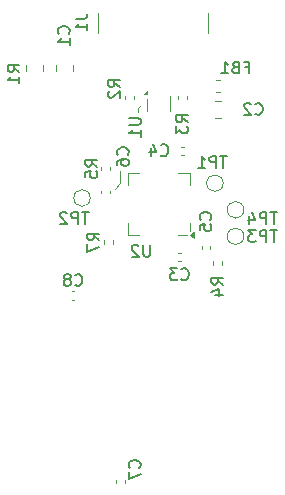
<source format=gbo>
G04 #@! TF.GenerationSoftware,KiCad,Pcbnew,9.0.4*
G04 #@! TF.CreationDate,2025-09-08T01:23:02+09:00*
G04 #@! TF.ProjectId,561SmartCard-USB,35363153-6d61-4727-9443-6172642d5553,rev?*
G04 #@! TF.SameCoordinates,Original*
G04 #@! TF.FileFunction,Legend,Bot*
G04 #@! TF.FilePolarity,Positive*
%FSLAX46Y46*%
G04 Gerber Fmt 4.6, Leading zero omitted, Abs format (unit mm)*
G04 Created by KiCad (PCBNEW 9.0.4) date 2025-09-08 01:23:02*
%MOMM*%
%LPD*%
G01*
G04 APERTURE LIST*
%ADD10C,0.100000*%
%ADD11C,0.150000*%
%ADD12C,0.120000*%
G04 APERTURE END LIST*
D10*
X97250000Y-88250000D02*
X96750000Y-88750000D01*
X98750000Y-81875000D02*
X98750000Y-82250000D01*
X97250000Y-87250000D02*
X97250000Y-88250000D01*
X98750000Y-81875000D02*
X99000000Y-81625000D01*
D11*
X88704819Y-78833333D02*
X88228628Y-78500000D01*
X88704819Y-78261905D02*
X87704819Y-78261905D01*
X87704819Y-78261905D02*
X87704819Y-78642857D01*
X87704819Y-78642857D02*
X87752438Y-78738095D01*
X87752438Y-78738095D02*
X87800057Y-78785714D01*
X87800057Y-78785714D02*
X87895295Y-78833333D01*
X87895295Y-78833333D02*
X88038152Y-78833333D01*
X88038152Y-78833333D02*
X88133390Y-78785714D01*
X88133390Y-78785714D02*
X88181009Y-78738095D01*
X88181009Y-78738095D02*
X88228628Y-78642857D01*
X88228628Y-78642857D02*
X88228628Y-78261905D01*
X88704819Y-79785714D02*
X88704819Y-79214286D01*
X88704819Y-79500000D02*
X87704819Y-79500000D01*
X87704819Y-79500000D02*
X87847676Y-79404762D01*
X87847676Y-79404762D02*
X87942914Y-79309524D01*
X87942914Y-79309524D02*
X87990533Y-79214286D01*
X95284819Y-86833333D02*
X94808628Y-86500000D01*
X95284819Y-86261905D02*
X94284819Y-86261905D01*
X94284819Y-86261905D02*
X94284819Y-86642857D01*
X94284819Y-86642857D02*
X94332438Y-86738095D01*
X94332438Y-86738095D02*
X94380057Y-86785714D01*
X94380057Y-86785714D02*
X94475295Y-86833333D01*
X94475295Y-86833333D02*
X94618152Y-86833333D01*
X94618152Y-86833333D02*
X94713390Y-86785714D01*
X94713390Y-86785714D02*
X94761009Y-86738095D01*
X94761009Y-86738095D02*
X94808628Y-86642857D01*
X94808628Y-86642857D02*
X94808628Y-86261905D01*
X94284819Y-87738095D02*
X94284819Y-87261905D01*
X94284819Y-87261905D02*
X94761009Y-87214286D01*
X94761009Y-87214286D02*
X94713390Y-87261905D01*
X94713390Y-87261905D02*
X94665771Y-87357143D01*
X94665771Y-87357143D02*
X94665771Y-87595238D01*
X94665771Y-87595238D02*
X94713390Y-87690476D01*
X94713390Y-87690476D02*
X94761009Y-87738095D01*
X94761009Y-87738095D02*
X94856247Y-87785714D01*
X94856247Y-87785714D02*
X95094342Y-87785714D01*
X95094342Y-87785714D02*
X95189580Y-87738095D01*
X95189580Y-87738095D02*
X95237200Y-87690476D01*
X95237200Y-87690476D02*
X95284819Y-87595238D01*
X95284819Y-87595238D02*
X95284819Y-87357143D01*
X95284819Y-87357143D02*
X95237200Y-87261905D01*
X95237200Y-87261905D02*
X95189580Y-87214286D01*
X93416666Y-96859580D02*
X93464285Y-96907200D01*
X93464285Y-96907200D02*
X93607142Y-96954819D01*
X93607142Y-96954819D02*
X93702380Y-96954819D01*
X93702380Y-96954819D02*
X93845237Y-96907200D01*
X93845237Y-96907200D02*
X93940475Y-96811961D01*
X93940475Y-96811961D02*
X93988094Y-96716723D01*
X93988094Y-96716723D02*
X94035713Y-96526247D01*
X94035713Y-96526247D02*
X94035713Y-96383390D01*
X94035713Y-96383390D02*
X93988094Y-96192914D01*
X93988094Y-96192914D02*
X93940475Y-96097676D01*
X93940475Y-96097676D02*
X93845237Y-96002438D01*
X93845237Y-96002438D02*
X93702380Y-95954819D01*
X93702380Y-95954819D02*
X93607142Y-95954819D01*
X93607142Y-95954819D02*
X93464285Y-96002438D01*
X93464285Y-96002438D02*
X93416666Y-96050057D01*
X92845237Y-96383390D02*
X92940475Y-96335771D01*
X92940475Y-96335771D02*
X92988094Y-96288152D01*
X92988094Y-96288152D02*
X93035713Y-96192914D01*
X93035713Y-96192914D02*
X93035713Y-96145295D01*
X93035713Y-96145295D02*
X92988094Y-96050057D01*
X92988094Y-96050057D02*
X92940475Y-96002438D01*
X92940475Y-96002438D02*
X92845237Y-95954819D01*
X92845237Y-95954819D02*
X92654761Y-95954819D01*
X92654761Y-95954819D02*
X92559523Y-96002438D01*
X92559523Y-96002438D02*
X92511904Y-96050057D01*
X92511904Y-96050057D02*
X92464285Y-96145295D01*
X92464285Y-96145295D02*
X92464285Y-96192914D01*
X92464285Y-96192914D02*
X92511904Y-96288152D01*
X92511904Y-96288152D02*
X92559523Y-96335771D01*
X92559523Y-96335771D02*
X92654761Y-96383390D01*
X92654761Y-96383390D02*
X92845237Y-96383390D01*
X92845237Y-96383390D02*
X92940475Y-96431009D01*
X92940475Y-96431009D02*
X92988094Y-96478628D01*
X92988094Y-96478628D02*
X93035713Y-96573866D01*
X93035713Y-96573866D02*
X93035713Y-96764342D01*
X93035713Y-96764342D02*
X92988094Y-96859580D01*
X92988094Y-96859580D02*
X92940475Y-96907200D01*
X92940475Y-96907200D02*
X92845237Y-96954819D01*
X92845237Y-96954819D02*
X92654761Y-96954819D01*
X92654761Y-96954819D02*
X92559523Y-96907200D01*
X92559523Y-96907200D02*
X92511904Y-96859580D01*
X92511904Y-96859580D02*
X92464285Y-96764342D01*
X92464285Y-96764342D02*
X92464285Y-96573866D01*
X92464285Y-96573866D02*
X92511904Y-96478628D01*
X92511904Y-96478628D02*
X92559523Y-96431009D01*
X92559523Y-96431009D02*
X92654761Y-96383390D01*
X110511904Y-92204819D02*
X109940476Y-92204819D01*
X110226190Y-93204819D02*
X110226190Y-92204819D01*
X109607142Y-93204819D02*
X109607142Y-92204819D01*
X109607142Y-92204819D02*
X109226190Y-92204819D01*
X109226190Y-92204819D02*
X109130952Y-92252438D01*
X109130952Y-92252438D02*
X109083333Y-92300057D01*
X109083333Y-92300057D02*
X109035714Y-92395295D01*
X109035714Y-92395295D02*
X109035714Y-92538152D01*
X109035714Y-92538152D02*
X109083333Y-92633390D01*
X109083333Y-92633390D02*
X109130952Y-92681009D01*
X109130952Y-92681009D02*
X109226190Y-92728628D01*
X109226190Y-92728628D02*
X109607142Y-92728628D01*
X108702380Y-92204819D02*
X108083333Y-92204819D01*
X108083333Y-92204819D02*
X108416666Y-92585771D01*
X108416666Y-92585771D02*
X108273809Y-92585771D01*
X108273809Y-92585771D02*
X108178571Y-92633390D01*
X108178571Y-92633390D02*
X108130952Y-92681009D01*
X108130952Y-92681009D02*
X108083333Y-92776247D01*
X108083333Y-92776247D02*
X108083333Y-93014342D01*
X108083333Y-93014342D02*
X108130952Y-93109580D01*
X108130952Y-93109580D02*
X108178571Y-93157200D01*
X108178571Y-93157200D02*
X108273809Y-93204819D01*
X108273809Y-93204819D02*
X108559523Y-93204819D01*
X108559523Y-93204819D02*
X108654761Y-93157200D01*
X108654761Y-93157200D02*
X108702380Y-93109580D01*
X105954819Y-96833333D02*
X105478628Y-96500000D01*
X105954819Y-96261905D02*
X104954819Y-96261905D01*
X104954819Y-96261905D02*
X104954819Y-96642857D01*
X104954819Y-96642857D02*
X105002438Y-96738095D01*
X105002438Y-96738095D02*
X105050057Y-96785714D01*
X105050057Y-96785714D02*
X105145295Y-96833333D01*
X105145295Y-96833333D02*
X105288152Y-96833333D01*
X105288152Y-96833333D02*
X105383390Y-96785714D01*
X105383390Y-96785714D02*
X105431009Y-96738095D01*
X105431009Y-96738095D02*
X105478628Y-96642857D01*
X105478628Y-96642857D02*
X105478628Y-96261905D01*
X105288152Y-97690476D02*
X105954819Y-97690476D01*
X104907200Y-97452381D02*
X105621485Y-97214286D01*
X105621485Y-97214286D02*
X105621485Y-97833333D01*
X102416666Y-96359580D02*
X102464285Y-96407200D01*
X102464285Y-96407200D02*
X102607142Y-96454819D01*
X102607142Y-96454819D02*
X102702380Y-96454819D01*
X102702380Y-96454819D02*
X102845237Y-96407200D01*
X102845237Y-96407200D02*
X102940475Y-96311961D01*
X102940475Y-96311961D02*
X102988094Y-96216723D01*
X102988094Y-96216723D02*
X103035713Y-96026247D01*
X103035713Y-96026247D02*
X103035713Y-95883390D01*
X103035713Y-95883390D02*
X102988094Y-95692914D01*
X102988094Y-95692914D02*
X102940475Y-95597676D01*
X102940475Y-95597676D02*
X102845237Y-95502438D01*
X102845237Y-95502438D02*
X102702380Y-95454819D01*
X102702380Y-95454819D02*
X102607142Y-95454819D01*
X102607142Y-95454819D02*
X102464285Y-95502438D01*
X102464285Y-95502438D02*
X102416666Y-95550057D01*
X102083332Y-95454819D02*
X101464285Y-95454819D01*
X101464285Y-95454819D02*
X101797618Y-95835771D01*
X101797618Y-95835771D02*
X101654761Y-95835771D01*
X101654761Y-95835771D02*
X101559523Y-95883390D01*
X101559523Y-95883390D02*
X101511904Y-95931009D01*
X101511904Y-95931009D02*
X101464285Y-96026247D01*
X101464285Y-96026247D02*
X101464285Y-96264342D01*
X101464285Y-96264342D02*
X101511904Y-96359580D01*
X101511904Y-96359580D02*
X101559523Y-96407200D01*
X101559523Y-96407200D02*
X101654761Y-96454819D01*
X101654761Y-96454819D02*
X101940475Y-96454819D01*
X101940475Y-96454819D02*
X102035713Y-96407200D01*
X102035713Y-96407200D02*
X102083332Y-96359580D01*
X102954819Y-83083333D02*
X102478628Y-82750000D01*
X102954819Y-82511905D02*
X101954819Y-82511905D01*
X101954819Y-82511905D02*
X101954819Y-82892857D01*
X101954819Y-82892857D02*
X102002438Y-82988095D01*
X102002438Y-82988095D02*
X102050057Y-83035714D01*
X102050057Y-83035714D02*
X102145295Y-83083333D01*
X102145295Y-83083333D02*
X102288152Y-83083333D01*
X102288152Y-83083333D02*
X102383390Y-83035714D01*
X102383390Y-83035714D02*
X102431009Y-82988095D01*
X102431009Y-82988095D02*
X102478628Y-82892857D01*
X102478628Y-82892857D02*
X102478628Y-82511905D01*
X101954819Y-83416667D02*
X101954819Y-84035714D01*
X101954819Y-84035714D02*
X102335771Y-83702381D01*
X102335771Y-83702381D02*
X102335771Y-83845238D01*
X102335771Y-83845238D02*
X102383390Y-83940476D01*
X102383390Y-83940476D02*
X102431009Y-83988095D01*
X102431009Y-83988095D02*
X102526247Y-84035714D01*
X102526247Y-84035714D02*
X102764342Y-84035714D01*
X102764342Y-84035714D02*
X102859580Y-83988095D01*
X102859580Y-83988095D02*
X102907200Y-83940476D01*
X102907200Y-83940476D02*
X102954819Y-83845238D01*
X102954819Y-83845238D02*
X102954819Y-83559524D01*
X102954819Y-83559524D02*
X102907200Y-83464286D01*
X102907200Y-83464286D02*
X102859580Y-83416667D01*
X97954819Y-82738095D02*
X98764342Y-82738095D01*
X98764342Y-82738095D02*
X98859580Y-82785714D01*
X98859580Y-82785714D02*
X98907200Y-82833333D01*
X98907200Y-82833333D02*
X98954819Y-82928571D01*
X98954819Y-82928571D02*
X98954819Y-83119047D01*
X98954819Y-83119047D02*
X98907200Y-83214285D01*
X98907200Y-83214285D02*
X98859580Y-83261904D01*
X98859580Y-83261904D02*
X98764342Y-83309523D01*
X98764342Y-83309523D02*
X97954819Y-83309523D01*
X98954819Y-84309523D02*
X98954819Y-83738095D01*
X98954819Y-84023809D02*
X97954819Y-84023809D01*
X97954819Y-84023809D02*
X98097676Y-83928571D01*
X98097676Y-83928571D02*
X98192914Y-83833333D01*
X98192914Y-83833333D02*
X98240533Y-83738095D01*
X98859580Y-112333333D02*
X98907200Y-112285714D01*
X98907200Y-112285714D02*
X98954819Y-112142857D01*
X98954819Y-112142857D02*
X98954819Y-112047619D01*
X98954819Y-112047619D02*
X98907200Y-111904762D01*
X98907200Y-111904762D02*
X98811961Y-111809524D01*
X98811961Y-111809524D02*
X98716723Y-111761905D01*
X98716723Y-111761905D02*
X98526247Y-111714286D01*
X98526247Y-111714286D02*
X98383390Y-111714286D01*
X98383390Y-111714286D02*
X98192914Y-111761905D01*
X98192914Y-111761905D02*
X98097676Y-111809524D01*
X98097676Y-111809524D02*
X98002438Y-111904762D01*
X98002438Y-111904762D02*
X97954819Y-112047619D01*
X97954819Y-112047619D02*
X97954819Y-112142857D01*
X97954819Y-112142857D02*
X98002438Y-112285714D01*
X98002438Y-112285714D02*
X98050057Y-112333333D01*
X97954819Y-112666667D02*
X97954819Y-113333333D01*
X97954819Y-113333333D02*
X98954819Y-112904762D01*
X97204819Y-80083333D02*
X96728628Y-79750000D01*
X97204819Y-79511905D02*
X96204819Y-79511905D01*
X96204819Y-79511905D02*
X96204819Y-79892857D01*
X96204819Y-79892857D02*
X96252438Y-79988095D01*
X96252438Y-79988095D02*
X96300057Y-80035714D01*
X96300057Y-80035714D02*
X96395295Y-80083333D01*
X96395295Y-80083333D02*
X96538152Y-80083333D01*
X96538152Y-80083333D02*
X96633390Y-80035714D01*
X96633390Y-80035714D02*
X96681009Y-79988095D01*
X96681009Y-79988095D02*
X96728628Y-79892857D01*
X96728628Y-79892857D02*
X96728628Y-79511905D01*
X96300057Y-80464286D02*
X96252438Y-80511905D01*
X96252438Y-80511905D02*
X96204819Y-80607143D01*
X96204819Y-80607143D02*
X96204819Y-80845238D01*
X96204819Y-80845238D02*
X96252438Y-80940476D01*
X96252438Y-80940476D02*
X96300057Y-80988095D01*
X96300057Y-80988095D02*
X96395295Y-81035714D01*
X96395295Y-81035714D02*
X96490533Y-81035714D01*
X96490533Y-81035714D02*
X96633390Y-80988095D01*
X96633390Y-80988095D02*
X97204819Y-80416667D01*
X97204819Y-80416667D02*
X97204819Y-81035714D01*
X92859580Y-75583333D02*
X92907200Y-75535714D01*
X92907200Y-75535714D02*
X92954819Y-75392857D01*
X92954819Y-75392857D02*
X92954819Y-75297619D01*
X92954819Y-75297619D02*
X92907200Y-75154762D01*
X92907200Y-75154762D02*
X92811961Y-75059524D01*
X92811961Y-75059524D02*
X92716723Y-75011905D01*
X92716723Y-75011905D02*
X92526247Y-74964286D01*
X92526247Y-74964286D02*
X92383390Y-74964286D01*
X92383390Y-74964286D02*
X92192914Y-75011905D01*
X92192914Y-75011905D02*
X92097676Y-75059524D01*
X92097676Y-75059524D02*
X92002438Y-75154762D01*
X92002438Y-75154762D02*
X91954819Y-75297619D01*
X91954819Y-75297619D02*
X91954819Y-75392857D01*
X91954819Y-75392857D02*
X92002438Y-75535714D01*
X92002438Y-75535714D02*
X92050057Y-75583333D01*
X92954819Y-76535714D02*
X92954819Y-75964286D01*
X92954819Y-76250000D02*
X91954819Y-76250000D01*
X91954819Y-76250000D02*
X92097676Y-76154762D01*
X92097676Y-76154762D02*
X92192914Y-76059524D01*
X92192914Y-76059524D02*
X92240533Y-75964286D01*
X104859580Y-91333333D02*
X104907200Y-91285714D01*
X104907200Y-91285714D02*
X104954819Y-91142857D01*
X104954819Y-91142857D02*
X104954819Y-91047619D01*
X104954819Y-91047619D02*
X104907200Y-90904762D01*
X104907200Y-90904762D02*
X104811961Y-90809524D01*
X104811961Y-90809524D02*
X104716723Y-90761905D01*
X104716723Y-90761905D02*
X104526247Y-90714286D01*
X104526247Y-90714286D02*
X104383390Y-90714286D01*
X104383390Y-90714286D02*
X104192914Y-90761905D01*
X104192914Y-90761905D02*
X104097676Y-90809524D01*
X104097676Y-90809524D02*
X104002438Y-90904762D01*
X104002438Y-90904762D02*
X103954819Y-91047619D01*
X103954819Y-91047619D02*
X103954819Y-91142857D01*
X103954819Y-91142857D02*
X104002438Y-91285714D01*
X104002438Y-91285714D02*
X104050057Y-91333333D01*
X103954819Y-92238095D02*
X103954819Y-91761905D01*
X103954819Y-91761905D02*
X104431009Y-91714286D01*
X104431009Y-91714286D02*
X104383390Y-91761905D01*
X104383390Y-91761905D02*
X104335771Y-91857143D01*
X104335771Y-91857143D02*
X104335771Y-92095238D01*
X104335771Y-92095238D02*
X104383390Y-92190476D01*
X104383390Y-92190476D02*
X104431009Y-92238095D01*
X104431009Y-92238095D02*
X104526247Y-92285714D01*
X104526247Y-92285714D02*
X104764342Y-92285714D01*
X104764342Y-92285714D02*
X104859580Y-92238095D01*
X104859580Y-92238095D02*
X104907200Y-92190476D01*
X104907200Y-92190476D02*
X104954819Y-92095238D01*
X104954819Y-92095238D02*
X104954819Y-91857143D01*
X104954819Y-91857143D02*
X104907200Y-91761905D01*
X104907200Y-91761905D02*
X104859580Y-91714286D01*
X94561904Y-90704819D02*
X93990476Y-90704819D01*
X94276190Y-91704819D02*
X94276190Y-90704819D01*
X93657142Y-91704819D02*
X93657142Y-90704819D01*
X93657142Y-90704819D02*
X93276190Y-90704819D01*
X93276190Y-90704819D02*
X93180952Y-90752438D01*
X93180952Y-90752438D02*
X93133333Y-90800057D01*
X93133333Y-90800057D02*
X93085714Y-90895295D01*
X93085714Y-90895295D02*
X93085714Y-91038152D01*
X93085714Y-91038152D02*
X93133333Y-91133390D01*
X93133333Y-91133390D02*
X93180952Y-91181009D01*
X93180952Y-91181009D02*
X93276190Y-91228628D01*
X93276190Y-91228628D02*
X93657142Y-91228628D01*
X92704761Y-90800057D02*
X92657142Y-90752438D01*
X92657142Y-90752438D02*
X92561904Y-90704819D01*
X92561904Y-90704819D02*
X92323809Y-90704819D01*
X92323809Y-90704819D02*
X92228571Y-90752438D01*
X92228571Y-90752438D02*
X92180952Y-90800057D01*
X92180952Y-90800057D02*
X92133333Y-90895295D01*
X92133333Y-90895295D02*
X92133333Y-90990533D01*
X92133333Y-90990533D02*
X92180952Y-91133390D01*
X92180952Y-91133390D02*
X92752380Y-91704819D01*
X92752380Y-91704819D02*
X92133333Y-91704819D01*
X100666666Y-85859580D02*
X100714285Y-85907200D01*
X100714285Y-85907200D02*
X100857142Y-85954819D01*
X100857142Y-85954819D02*
X100952380Y-85954819D01*
X100952380Y-85954819D02*
X101095237Y-85907200D01*
X101095237Y-85907200D02*
X101190475Y-85811961D01*
X101190475Y-85811961D02*
X101238094Y-85716723D01*
X101238094Y-85716723D02*
X101285713Y-85526247D01*
X101285713Y-85526247D02*
X101285713Y-85383390D01*
X101285713Y-85383390D02*
X101238094Y-85192914D01*
X101238094Y-85192914D02*
X101190475Y-85097676D01*
X101190475Y-85097676D02*
X101095237Y-85002438D01*
X101095237Y-85002438D02*
X100952380Y-84954819D01*
X100952380Y-84954819D02*
X100857142Y-84954819D01*
X100857142Y-84954819D02*
X100714285Y-85002438D01*
X100714285Y-85002438D02*
X100666666Y-85050057D01*
X99809523Y-85288152D02*
X99809523Y-85954819D01*
X100047618Y-84907200D02*
X100285713Y-85621485D01*
X100285713Y-85621485D02*
X99666666Y-85621485D01*
X110511904Y-90704819D02*
X109940476Y-90704819D01*
X110226190Y-91704819D02*
X110226190Y-90704819D01*
X109607142Y-91704819D02*
X109607142Y-90704819D01*
X109607142Y-90704819D02*
X109226190Y-90704819D01*
X109226190Y-90704819D02*
X109130952Y-90752438D01*
X109130952Y-90752438D02*
X109083333Y-90800057D01*
X109083333Y-90800057D02*
X109035714Y-90895295D01*
X109035714Y-90895295D02*
X109035714Y-91038152D01*
X109035714Y-91038152D02*
X109083333Y-91133390D01*
X109083333Y-91133390D02*
X109130952Y-91181009D01*
X109130952Y-91181009D02*
X109226190Y-91228628D01*
X109226190Y-91228628D02*
X109607142Y-91228628D01*
X108178571Y-91038152D02*
X108178571Y-91704819D01*
X108416666Y-90657200D02*
X108654761Y-91371485D01*
X108654761Y-91371485D02*
X108035714Y-91371485D01*
X106261904Y-85954819D02*
X105690476Y-85954819D01*
X105976190Y-86954819D02*
X105976190Y-85954819D01*
X105357142Y-86954819D02*
X105357142Y-85954819D01*
X105357142Y-85954819D02*
X104976190Y-85954819D01*
X104976190Y-85954819D02*
X104880952Y-86002438D01*
X104880952Y-86002438D02*
X104833333Y-86050057D01*
X104833333Y-86050057D02*
X104785714Y-86145295D01*
X104785714Y-86145295D02*
X104785714Y-86288152D01*
X104785714Y-86288152D02*
X104833333Y-86383390D01*
X104833333Y-86383390D02*
X104880952Y-86431009D01*
X104880952Y-86431009D02*
X104976190Y-86478628D01*
X104976190Y-86478628D02*
X105357142Y-86478628D01*
X103833333Y-86954819D02*
X104404761Y-86954819D01*
X104119047Y-86954819D02*
X104119047Y-85954819D01*
X104119047Y-85954819D02*
X104214285Y-86097676D01*
X104214285Y-86097676D02*
X104309523Y-86192914D01*
X104309523Y-86192914D02*
X104404761Y-86240533D01*
X107833333Y-78431009D02*
X108166666Y-78431009D01*
X108166666Y-78954819D02*
X108166666Y-77954819D01*
X108166666Y-77954819D02*
X107690476Y-77954819D01*
X106976190Y-78431009D02*
X106833333Y-78478628D01*
X106833333Y-78478628D02*
X106785714Y-78526247D01*
X106785714Y-78526247D02*
X106738095Y-78621485D01*
X106738095Y-78621485D02*
X106738095Y-78764342D01*
X106738095Y-78764342D02*
X106785714Y-78859580D01*
X106785714Y-78859580D02*
X106833333Y-78907200D01*
X106833333Y-78907200D02*
X106928571Y-78954819D01*
X106928571Y-78954819D02*
X107309523Y-78954819D01*
X107309523Y-78954819D02*
X107309523Y-77954819D01*
X107309523Y-77954819D02*
X106976190Y-77954819D01*
X106976190Y-77954819D02*
X106880952Y-78002438D01*
X106880952Y-78002438D02*
X106833333Y-78050057D01*
X106833333Y-78050057D02*
X106785714Y-78145295D01*
X106785714Y-78145295D02*
X106785714Y-78240533D01*
X106785714Y-78240533D02*
X106833333Y-78335771D01*
X106833333Y-78335771D02*
X106880952Y-78383390D01*
X106880952Y-78383390D02*
X106976190Y-78431009D01*
X106976190Y-78431009D02*
X107309523Y-78431009D01*
X105785714Y-78954819D02*
X106357142Y-78954819D01*
X106071428Y-78954819D02*
X106071428Y-77954819D01*
X106071428Y-77954819D02*
X106166666Y-78097676D01*
X106166666Y-78097676D02*
X106261904Y-78192914D01*
X106261904Y-78192914D02*
X106357142Y-78240533D01*
X93454819Y-74316666D02*
X94169104Y-74316666D01*
X94169104Y-74316666D02*
X94311961Y-74269047D01*
X94311961Y-74269047D02*
X94407200Y-74173809D01*
X94407200Y-74173809D02*
X94454819Y-74030952D01*
X94454819Y-74030952D02*
X94454819Y-73935714D01*
X94454819Y-75316666D02*
X94454819Y-74745238D01*
X94454819Y-75030952D02*
X93454819Y-75030952D01*
X93454819Y-75030952D02*
X93597676Y-74935714D01*
X93597676Y-74935714D02*
X93692914Y-74840476D01*
X93692914Y-74840476D02*
X93740533Y-74745238D01*
X99761904Y-93454819D02*
X99761904Y-94264342D01*
X99761904Y-94264342D02*
X99714285Y-94359580D01*
X99714285Y-94359580D02*
X99666666Y-94407200D01*
X99666666Y-94407200D02*
X99571428Y-94454819D01*
X99571428Y-94454819D02*
X99380952Y-94454819D01*
X99380952Y-94454819D02*
X99285714Y-94407200D01*
X99285714Y-94407200D02*
X99238095Y-94359580D01*
X99238095Y-94359580D02*
X99190476Y-94264342D01*
X99190476Y-94264342D02*
X99190476Y-93454819D01*
X98761904Y-93550057D02*
X98714285Y-93502438D01*
X98714285Y-93502438D02*
X98619047Y-93454819D01*
X98619047Y-93454819D02*
X98380952Y-93454819D01*
X98380952Y-93454819D02*
X98285714Y-93502438D01*
X98285714Y-93502438D02*
X98238095Y-93550057D01*
X98238095Y-93550057D02*
X98190476Y-93645295D01*
X98190476Y-93645295D02*
X98190476Y-93740533D01*
X98190476Y-93740533D02*
X98238095Y-93883390D01*
X98238095Y-93883390D02*
X98809523Y-94454819D01*
X98809523Y-94454819D02*
X98190476Y-94454819D01*
X95454819Y-93083333D02*
X94978628Y-92750000D01*
X95454819Y-92511905D02*
X94454819Y-92511905D01*
X94454819Y-92511905D02*
X94454819Y-92892857D01*
X94454819Y-92892857D02*
X94502438Y-92988095D01*
X94502438Y-92988095D02*
X94550057Y-93035714D01*
X94550057Y-93035714D02*
X94645295Y-93083333D01*
X94645295Y-93083333D02*
X94788152Y-93083333D01*
X94788152Y-93083333D02*
X94883390Y-93035714D01*
X94883390Y-93035714D02*
X94931009Y-92988095D01*
X94931009Y-92988095D02*
X94978628Y-92892857D01*
X94978628Y-92892857D02*
X94978628Y-92511905D01*
X94454819Y-93416667D02*
X94454819Y-94083333D01*
X94454819Y-94083333D02*
X95454819Y-93654762D01*
X108666666Y-82359580D02*
X108714285Y-82407200D01*
X108714285Y-82407200D02*
X108857142Y-82454819D01*
X108857142Y-82454819D02*
X108952380Y-82454819D01*
X108952380Y-82454819D02*
X109095237Y-82407200D01*
X109095237Y-82407200D02*
X109190475Y-82311961D01*
X109190475Y-82311961D02*
X109238094Y-82216723D01*
X109238094Y-82216723D02*
X109285713Y-82026247D01*
X109285713Y-82026247D02*
X109285713Y-81883390D01*
X109285713Y-81883390D02*
X109238094Y-81692914D01*
X109238094Y-81692914D02*
X109190475Y-81597676D01*
X109190475Y-81597676D02*
X109095237Y-81502438D01*
X109095237Y-81502438D02*
X108952380Y-81454819D01*
X108952380Y-81454819D02*
X108857142Y-81454819D01*
X108857142Y-81454819D02*
X108714285Y-81502438D01*
X108714285Y-81502438D02*
X108666666Y-81550057D01*
X108285713Y-81550057D02*
X108238094Y-81502438D01*
X108238094Y-81502438D02*
X108142856Y-81454819D01*
X108142856Y-81454819D02*
X107904761Y-81454819D01*
X107904761Y-81454819D02*
X107809523Y-81502438D01*
X107809523Y-81502438D02*
X107761904Y-81550057D01*
X107761904Y-81550057D02*
X107714285Y-81645295D01*
X107714285Y-81645295D02*
X107714285Y-81740533D01*
X107714285Y-81740533D02*
X107761904Y-81883390D01*
X107761904Y-81883390D02*
X108333332Y-82454819D01*
X108333332Y-82454819D02*
X107714285Y-82454819D01*
X97859580Y-85833333D02*
X97907200Y-85785714D01*
X97907200Y-85785714D02*
X97954819Y-85642857D01*
X97954819Y-85642857D02*
X97954819Y-85547619D01*
X97954819Y-85547619D02*
X97907200Y-85404762D01*
X97907200Y-85404762D02*
X97811961Y-85309524D01*
X97811961Y-85309524D02*
X97716723Y-85261905D01*
X97716723Y-85261905D02*
X97526247Y-85214286D01*
X97526247Y-85214286D02*
X97383390Y-85214286D01*
X97383390Y-85214286D02*
X97192914Y-85261905D01*
X97192914Y-85261905D02*
X97097676Y-85309524D01*
X97097676Y-85309524D02*
X97002438Y-85404762D01*
X97002438Y-85404762D02*
X96954819Y-85547619D01*
X96954819Y-85547619D02*
X96954819Y-85642857D01*
X96954819Y-85642857D02*
X97002438Y-85785714D01*
X97002438Y-85785714D02*
X97050057Y-85833333D01*
X96954819Y-86690476D02*
X96954819Y-86500000D01*
X96954819Y-86500000D02*
X97002438Y-86404762D01*
X97002438Y-86404762D02*
X97050057Y-86357143D01*
X97050057Y-86357143D02*
X97192914Y-86261905D01*
X97192914Y-86261905D02*
X97383390Y-86214286D01*
X97383390Y-86214286D02*
X97764342Y-86214286D01*
X97764342Y-86214286D02*
X97859580Y-86261905D01*
X97859580Y-86261905D02*
X97907200Y-86309524D01*
X97907200Y-86309524D02*
X97954819Y-86404762D01*
X97954819Y-86404762D02*
X97954819Y-86595238D01*
X97954819Y-86595238D02*
X97907200Y-86690476D01*
X97907200Y-86690476D02*
X97859580Y-86738095D01*
X97859580Y-86738095D02*
X97764342Y-86785714D01*
X97764342Y-86785714D02*
X97526247Y-86785714D01*
X97526247Y-86785714D02*
X97431009Y-86738095D01*
X97431009Y-86738095D02*
X97383390Y-86690476D01*
X97383390Y-86690476D02*
X97335771Y-86595238D01*
X97335771Y-86595238D02*
X97335771Y-86404762D01*
X97335771Y-86404762D02*
X97383390Y-86309524D01*
X97383390Y-86309524D02*
X97431009Y-86261905D01*
X97431009Y-86261905D02*
X97526247Y-86214286D01*
D12*
X89265000Y-78727064D02*
X89265000Y-78272936D01*
X90735000Y-78727064D02*
X90735000Y-78272936D01*
X95620000Y-86846359D02*
X95620000Y-87153641D01*
X96380000Y-86846359D02*
X96380000Y-87153641D01*
X93142164Y-97390000D02*
X93357836Y-97390000D01*
X93142164Y-98110000D02*
X93357836Y-98110000D01*
X107700000Y-92750000D02*
G75*
G02*
X106300000Y-92750000I-700000J0D01*
G01*
X106300000Y-92750000D02*
G75*
G02*
X107700000Y-92750000I700000J0D01*
G01*
X105120000Y-94846359D02*
X105120000Y-95153641D01*
X105880000Y-94846359D02*
X105880000Y-95153641D01*
X102357836Y-94140000D02*
X102142164Y-94140000D01*
X102357836Y-94860000D02*
X102142164Y-94860000D01*
X102120000Y-81153641D02*
X102120000Y-80846359D01*
X102880000Y-81153641D02*
X102880000Y-80846359D01*
X99510000Y-82150000D02*
X99510000Y-81100000D01*
X101490000Y-82150000D02*
X101490000Y-80850000D01*
X99510000Y-80730000D02*
X99230000Y-80730000D01*
X99510000Y-80450000D01*
X99510000Y-80730000D01*
G36*
X99510000Y-80730000D02*
G01*
X99230000Y-80730000D01*
X99510000Y-80450000D01*
X99510000Y-80730000D01*
G37*
X96890000Y-113372164D02*
X96890000Y-113587836D01*
X97610000Y-113372164D02*
X97610000Y-113587836D01*
X97620000Y-81153641D02*
X97620000Y-80846359D01*
X98380000Y-81153641D02*
X98380000Y-80846359D01*
X91765000Y-78761252D02*
X91765000Y-78238748D01*
X93235000Y-78761252D02*
X93235000Y-78238748D01*
X104140000Y-93782836D02*
X104140000Y-93567164D01*
X104860000Y-93782836D02*
X104860000Y-93567164D01*
X94700000Y-89500000D02*
G75*
G02*
X93300000Y-89500000I-700000J0D01*
G01*
X93300000Y-89500000D02*
G75*
G02*
X94700000Y-89500000I700000J0D01*
G01*
X102607836Y-85140000D02*
X102392164Y-85140000D01*
X102607836Y-85860000D02*
X102392164Y-85860000D01*
X107700000Y-90500000D02*
G75*
G02*
X106300000Y-90500000I-700000J0D01*
G01*
X106300000Y-90500000D02*
G75*
G02*
X107700000Y-90500000I700000J0D01*
G01*
X105950000Y-88250000D02*
G75*
G02*
X104550000Y-88250000I-700000J0D01*
G01*
X104550000Y-88250000D02*
G75*
G02*
X105950000Y-88250000I700000J0D01*
G01*
X105337221Y-79490000D02*
X105662779Y-79490000D01*
X105337221Y-80510000D02*
X105662779Y-80510000D01*
X95330000Y-73800000D02*
X95330000Y-75500000D01*
X104670000Y-73800000D02*
X104670000Y-75500000D01*
X97890000Y-87390000D02*
X98865000Y-87390000D01*
X97890000Y-88365000D02*
X97890000Y-87390000D01*
X97890000Y-91635000D02*
X97890000Y-92610000D01*
X97890000Y-92610000D02*
X98865000Y-92610000D01*
X102135000Y-92610000D02*
X102870000Y-92610000D01*
X103110000Y-87390000D02*
X102135000Y-87390000D01*
X103110000Y-88365000D02*
X103110000Y-87390000D01*
X103110000Y-91635000D02*
X103110000Y-92310000D01*
X103440000Y-92850000D02*
X103110000Y-92610000D01*
X103440000Y-92370000D01*
X103440000Y-92850000D01*
G36*
X103440000Y-92850000D02*
G01*
X103110000Y-92610000D01*
X103440000Y-92370000D01*
X103440000Y-92850000D01*
G37*
X95870000Y-93403641D02*
X95870000Y-93096359D01*
X96630000Y-93403641D02*
X96630000Y-93096359D01*
X105238748Y-81265000D02*
X105761252Y-81265000D01*
X105238748Y-82735000D02*
X105761252Y-82735000D01*
X95640000Y-88892164D02*
X95640000Y-89107836D01*
X96360000Y-88892164D02*
X96360000Y-89107836D01*
M02*

</source>
